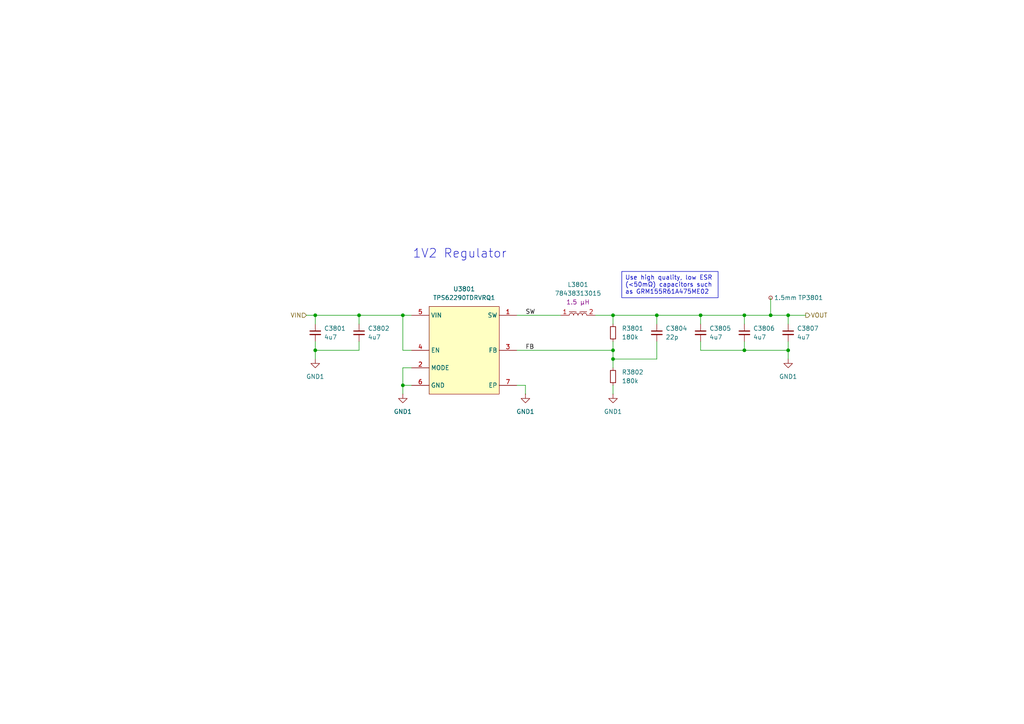
<source format=kicad_sch>
(kicad_sch
	(version 20250114)
	(generator "eeschema")
	(generator_version "9.0")
	(uuid "f18fc87d-cbc7-4ed0-9079-b77cd4454c05")
	(paper "A4")
	(lib_symbols
		(symbol "Connector:TestPoint_Small"
			(pin_numbers
				(hide yes)
			)
			(pin_names
				(offset 0.762)
				(hide yes)
			)
			(exclude_from_sim no)
			(in_bom yes)
			(on_board yes)
			(property "Reference" "TP"
				(at 0 3.81 0)
				(effects
					(font
						(size 1.27 1.27)
					)
				)
			)
			(property "Value" "TestPoint_Small"
				(at 0 2.032 0)
				(effects
					(font
						(size 1.27 1.27)
					)
				)
			)
			(property "Footprint" ""
				(at 5.08 0 0)
				(effects
					(font
						(size 1.27 1.27)
					)
					(hide yes)
				)
			)
			(property "Datasheet" "~"
				(at 5.08 0 0)
				(effects
					(font
						(size 1.27 1.27)
					)
					(hide yes)
				)
			)
			(property "Description" "test point"
				(at 0 0 0)
				(effects
					(font
						(size 1.27 1.27)
					)
					(hide yes)
				)
			)
			(property "ki_keywords" "test point tp"
				(at 0 0 0)
				(effects
					(font
						(size 1.27 1.27)
					)
					(hide yes)
				)
			)
			(property "ki_fp_filters" "Pin* Test*"
				(at 0 0 0)
				(effects
					(font
						(size 1.27 1.27)
					)
					(hide yes)
				)
			)
			(symbol "TestPoint_Small_0_1"
				(circle
					(center 0 0)
					(radius 0.508)
					(stroke
						(width 0)
						(type default)
					)
					(fill
						(type none)
					)
				)
			)
			(symbol "TestPoint_Small_1_1"
				(pin passive line
					(at 0 0 90)
					(length 0)
					(name "1"
						(effects
							(font
								(size 1.27 1.27)
							)
						)
					)
					(number "1"
						(effects
							(font
								(size 1.27 1.27)
							)
						)
					)
				)
			)
			(embedded_fonts no)
		)
		(symbol "Device:C_Small"
			(pin_numbers
				(hide yes)
			)
			(pin_names
				(offset 0.254)
				(hide yes)
			)
			(exclude_from_sim no)
			(in_bom yes)
			(on_board yes)
			(property "Reference" "C"
				(at 0.254 1.778 0)
				(effects
					(font
						(size 1.27 1.27)
					)
					(justify left)
				)
			)
			(property "Value" "C_Small"
				(at 0.254 -2.032 0)
				(effects
					(font
						(size 1.27 1.27)
					)
					(justify left)
				)
			)
			(property "Footprint" ""
				(at 0 0 0)
				(effects
					(font
						(size 1.27 1.27)
					)
					(hide yes)
				)
			)
			(property "Datasheet" "~"
				(at 0 0 0)
				(effects
					(font
						(size 1.27 1.27)
					)
					(hide yes)
				)
			)
			(property "Description" "Unpolarized capacitor, small symbol"
				(at 0 0 0)
				(effects
					(font
						(size 1.27 1.27)
					)
					(hide yes)
				)
			)
			(property "ki_keywords" "capacitor cap"
				(at 0 0 0)
				(effects
					(font
						(size 1.27 1.27)
					)
					(hide yes)
				)
			)
			(property "ki_fp_filters" "C_*"
				(at 0 0 0)
				(effects
					(font
						(size 1.27 1.27)
					)
					(hide yes)
				)
			)
			(symbol "C_Small_0_1"
				(polyline
					(pts
						(xy -1.524 0.508) (xy 1.524 0.508)
					)
					(stroke
						(width 0.3048)
						(type default)
					)
					(fill
						(type none)
					)
				)
				(polyline
					(pts
						(xy -1.524 -0.508) (xy 1.524 -0.508)
					)
					(stroke
						(width 0.3302)
						(type default)
					)
					(fill
						(type none)
					)
				)
			)
			(symbol "C_Small_1_1"
				(pin passive line
					(at 0 2.54 270)
					(length 2.032)
					(name "~"
						(effects
							(font
								(size 1.27 1.27)
							)
						)
					)
					(number "1"
						(effects
							(font
								(size 1.27 1.27)
							)
						)
					)
				)
				(pin passive line
					(at 0 -2.54 90)
					(length 2.032)
					(name "~"
						(effects
							(font
								(size 1.27 1.27)
							)
						)
					)
					(number "2"
						(effects
							(font
								(size 1.27 1.27)
							)
						)
					)
				)
			)
			(embedded_fonts no)
		)
		(symbol "Device:R_Small"
			(pin_numbers
				(hide yes)
			)
			(pin_names
				(offset 0.254)
				(hide yes)
			)
			(exclude_from_sim no)
			(in_bom yes)
			(on_board yes)
			(property "Reference" "R"
				(at 0 0 90)
				(effects
					(font
						(size 1.016 1.016)
					)
				)
			)
			(property "Value" "R_Small"
				(at 1.778 0 90)
				(effects
					(font
						(size 1.27 1.27)
					)
				)
			)
			(property "Footprint" ""
				(at 0 0 0)
				(effects
					(font
						(size 1.27 1.27)
					)
					(hide yes)
				)
			)
			(property "Datasheet" "~"
				(at 0 0 0)
				(effects
					(font
						(size 1.27 1.27)
					)
					(hide yes)
				)
			)
			(property "Description" "Resistor, small symbol"
				(at 0 0 0)
				(effects
					(font
						(size 1.27 1.27)
					)
					(hide yes)
				)
			)
			(property "ki_keywords" "R resistor"
				(at 0 0 0)
				(effects
					(font
						(size 1.27 1.27)
					)
					(hide yes)
				)
			)
			(property "ki_fp_filters" "R_*"
				(at 0 0 0)
				(effects
					(font
						(size 1.27 1.27)
					)
					(hide yes)
				)
			)
			(symbol "R_Small_0_1"
				(rectangle
					(start -0.762 1.778)
					(end 0.762 -1.778)
					(stroke
						(width 0.2032)
						(type default)
					)
					(fill
						(type none)
					)
				)
			)
			(symbol "R_Small_1_1"
				(pin passive line
					(at 0 2.54 270)
					(length 0.762)
					(name "~"
						(effects
							(font
								(size 1.27 1.27)
							)
						)
					)
					(number "1"
						(effects
							(font
								(size 1.27 1.27)
							)
						)
					)
				)
				(pin passive line
					(at 0 -2.54 90)
					(length 0.762)
					(name "~"
						(effects
							(font
								(size 1.27 1.27)
							)
						)
					)
					(number "2"
						(effects
							(font
								(size 1.27 1.27)
							)
						)
					)
				)
			)
			(embedded_fonts no)
		)
		(symbol "PWR-IND:1610_78438313015"
			(pin_names
				(hide yes)
			)
			(exclude_from_sim no)
			(in_bom yes)
			(on_board yes)
			(property "Reference" "L"
				(at 0 8.89 0)
				(effects
					(font
						(size 1.27 1.27)
					)
				)
			)
			(property "Value" "78438313015"
				(at 0 6.35 0)
				(effects
					(font
						(size 1.27 1.27)
					)
				)
			)
			(property "Footprint" "project_footprints:L_Wurth_WE-MAIA-1610"
				(at 12.7 20.32 0)
				(effects
					(font
						(size 1.27 1.27)
					)
					(justify left)
					(hide yes)
				)
			)
			(property "Datasheet" "https://www.we-online.com/catalog/datasheet/78438313015.pdf?ki"
				(at 12.7 17.78 0)
				(effects
					(font
						(size 1.27 1.27)
					)
					(justify left)
					(hide yes)
				)
			)
			(property "Description" "Single Coil Power Inductor"
				(at 0 0 0)
				(effects
					(font
						(size 1.27 1.27)
					)
					(hide yes)
				)
			)
			(property "Manufacturer" "Wurth Elektronik"
				(at 12.7 15.24 0)
				(effects
					(font
						(size 1.27 1.27)
					)
					(justify left)
					(hide yes)
				)
			)
			(property "Manufacturer URL" "https://www.we-online.com"
				(at 12.7 12.7 0)
				(effects
					(font
						(size 1.27 1.27)
					)
					(justify left)
					(hide yes)
				)
			)
			(property "Published Date" "20250429"
				(at 12.7 10.16 0)
				(effects
					(font
						(size 1.27 1.27)
					)
					(justify left)
					(hide yes)
				)
			)
			(property "Match Code" "WE-MAIA"
				(at 12.7 7.62 0)
				(effects
					(font
						(size 1.27 1.27)
					)
					(justify left)
					(hide yes)
				)
			)
			(property "Part Number" "78438313015"
				(at 12.7 5.08 0)
				(effects
					(font
						(size 1.27 1.27)
					)
					(justify left)
					(hide yes)
				)
			)
			(property "Size" "1610"
				(at 12.7 2.54 0)
				(effects
					(font
						(size 1.27 1.27)
					)
					(justify left)
					(hide yes)
				)
			)
			(property "Mounting Technology" "SMT"
				(at 12.7 0 0)
				(effects
					(font
						(size 1.27 1.27)
					)
					(justify left)
					(hide yes)
				)
			)
			(property "L (µH)" "1.5"
				(at 12.7 -2.54 0)
				(effects
					(font
						(size 1.27 1.27)
					)
					(justify left)
					(hide yes)
				)
			)
			(property "ISAT,10% (A)" "1.8"
				(at 12.7 -5.08 0)
				(effects
					(font
						(size 1.27 1.27)
					)
					(justify left)
					(hide yes)
				)
			)
			(property "ISAT,30% (A)" "3.45"
				(at 12.7 -7.62 0)
				(effects
					(font
						(size 1.27 1.27)
					)
					(justify left)
					(hide yes)
				)
			)
			(property "RDC max. (mΩ)" "237.0"
				(at 12.7 -10.16 0)
				(effects
					(font
						(size 1.27 1.27)
					)
					(justify left)
					(hide yes)
				)
			)
			(property "fres (MHz)" "90.0"
				(at 12.7 -12.7 0)
				(effects
					(font
						(size 1.27 1.27)
					)
					(justify left)
					(hide yes)
				)
			)
			(property "IRP,40K (A)" "1.8"
				(at 12.7 -15.24 0)
				(effects
					(font
						(size 1.27 1.27)
					)
					(justify left)
					(hide yes)
				)
			)
			(property "Critical Parameter" "1.5 µH"
				(at 0 3.81 0)
				(effects
					(font
						(size 1.27 1.27)
					)
				)
			)
			(property "ki_keywords" "SMT"
				(at 0 0 0)
				(effects
					(font
						(size 1.27 1.27)
					)
					(hide yes)
				)
			)
			(property "ki_fp_filters" "*WE-MAIA*1610*"
				(at 0 0 0)
				(effects
					(font
						(size 1.27 1.27)
					)
					(hide yes)
				)
			)
			(symbol "1610_78438313015_0_1"
				(polyline
					(pts
						(xy -2.54 1.016) (xy -0.508 1.016)
					)
					(stroke
						(width 0)
						(type default)
					)
					(fill
						(type none)
					)
				)
				(arc
					(start -2.54 0)
					(mid -1.905 0.6323)
					(end -1.27 0)
					(stroke
						(width 0)
						(type default)
					)
					(fill
						(type none)
					)
				)
				(arc
					(start -1.27 0)
					(mid -0.635 0.6323)
					(end 0 0)
					(stroke
						(width 0)
						(type default)
					)
					(fill
						(type none)
					)
				)
				(arc
					(start 0 0)
					(mid 0.635 0.6323)
					(end 1.27 0)
					(stroke
						(width 0)
						(type default)
					)
					(fill
						(type none)
					)
				)
				(arc
					(start 1.27 0)
					(mid 1.905 0.6323)
					(end 2.54 0)
					(stroke
						(width 0)
						(type default)
					)
					(fill
						(type none)
					)
				)
			)
			(symbol "1610_78438313015_1_1"
				(polyline
					(pts
						(xy 2.54 1.016) (xy 0.508 1.016)
					)
					(stroke
						(width 0)
						(type default)
					)
					(fill
						(type none)
					)
				)
				(pin power_in line
					(at -5.08 0 0)
					(length 2.54)
					(name "1"
						(effects
							(font
								(size 1.27 1.27)
							)
						)
					)
					(number "1"
						(effects
							(font
								(size 1.27 1.27)
							)
						)
					)
				)
				(pin power_out line
					(at 5.08 0 180)
					(length 2.54)
					(name "2"
						(effects
							(font
								(size 1.27 1.27)
							)
						)
					)
					(number "2"
						(effects
							(font
								(size 1.27 1.27)
							)
						)
					)
				)
			)
			(embedded_fonts no)
		)
		(symbol "PWR-SMPS:TPS62290TDRVRQ1"
			(exclude_from_sim no)
			(in_bom yes)
			(on_board yes)
			(property "Reference" "U"
				(at 0 5.08 0)
				(effects
					(font
						(size 1.27 1.27)
					)
				)
			)
			(property "Value" "TPS62290TDRVRQ1"
				(at 0 2.54 0)
				(effects
					(font
						(size 1.27 1.27)
					)
				)
			)
			(property "Footprint" "project_footprints:SON65P200X200X80-7N"
				(at 26.67 -94.92 0)
				(effects
					(font
						(size 1.27 1.27)
					)
					(justify left top)
					(hide yes)
				)
			)
			(property "Datasheet" "http://www.ti.com/lit/gpn/tps62290-q1"
				(at 26.67 -194.92 0)
				(effects
					(font
						(size 1.27 1.27)
					)
					(justify left top)
					(hide yes)
				)
			)
			(property "Description" "Automotive 2.3V to 6V, 2.25MHz Fixed Frequency 1A Buck Converter in 2x2mm SON/TSOT23 Package"
				(at 0 -27.94 0)
				(effects
					(font
						(size 1.27 1.27)
					)
					(hide yes)
				)
			)
			(property "Height" "0.8"
				(at 26.67 -394.92 0)
				(effects
					(font
						(size 1.27 1.27)
					)
					(justify left top)
					(hide yes)
				)
			)
			(property "Mouser Part Number" "595-TPS62290TDRVRQ1"
				(at 26.67 -494.92 0)
				(effects
					(font
						(size 1.27 1.27)
					)
					(justify left top)
					(hide yes)
				)
			)
			(property "Mouser Price/Stock" "https://www.mouser.co.uk/ProductDetail/Texas-Instruments/TPS62290TDRVRQ1?qs=NiBvnJE4bX0YWtuMnJowVQ%3D%3D"
				(at 26.67 -594.92 0)
				(effects
					(font
						(size 1.27 1.27)
					)
					(justify left top)
					(hide yes)
				)
			)
			(property "Manufacturer_Name" "Texas Instruments"
				(at 26.67 -694.92 0)
				(effects
					(font
						(size 1.27 1.27)
					)
					(justify left top)
					(hide yes)
				)
			)
			(property "Manufacturer_Part_Number" "TPS62290TDRVRQ1"
				(at 26.67 -794.92 0)
				(effects
					(font
						(size 1.27 1.27)
					)
					(justify left top)
					(hide yes)
				)
			)
			(symbol "TPS62290TDRVRQ1_1_1"
				(rectangle
					(start -10.16 0)
					(end 10.16 -25.4)
					(stroke
						(width 0)
						(type solid)
					)
					(fill
						(type background)
					)
				)
				(pin power_in line
					(at -15.24 -2.54 0)
					(length 5.08)
					(name "VIN"
						(effects
							(font
								(size 1.27 1.27)
							)
						)
					)
					(number "5"
						(effects
							(font
								(size 1.27 1.27)
							)
						)
					)
				)
				(pin input line
					(at -15.24 -12.7 0)
					(length 5.08)
					(name "EN"
						(effects
							(font
								(size 1.27 1.27)
							)
						)
					)
					(number "4"
						(effects
							(font
								(size 1.27 1.27)
							)
						)
					)
				)
				(pin input line
					(at -15.24 -17.78 0)
					(length 5.08)
					(name "MODE"
						(effects
							(font
								(size 1.27 1.27)
							)
						)
					)
					(number "2"
						(effects
							(font
								(size 1.27 1.27)
							)
						)
					)
				)
				(pin power_in line
					(at -15.24 -22.86 0)
					(length 5.08)
					(name "GND"
						(effects
							(font
								(size 1.27 1.27)
							)
						)
					)
					(number "6"
						(effects
							(font
								(size 1.27 1.27)
							)
						)
					)
				)
				(pin power_out line
					(at 15.24 -2.54 180)
					(length 5.08)
					(name "SW"
						(effects
							(font
								(size 1.27 1.27)
							)
						)
					)
					(number "1"
						(effects
							(font
								(size 1.27 1.27)
							)
						)
					)
				)
				(pin input line
					(at 15.24 -12.7 180)
					(length 5.08)
					(name "FB"
						(effects
							(font
								(size 1.27 1.27)
							)
						)
					)
					(number "3"
						(effects
							(font
								(size 1.27 1.27)
							)
						)
					)
				)
				(pin power_in line
					(at 15.24 -22.86 180)
					(length 5.08)
					(name "EP"
						(effects
							(font
								(size 1.27 1.27)
							)
						)
					)
					(number "7"
						(effects
							(font
								(size 1.27 1.27)
							)
						)
					)
				)
			)
			(embedded_fonts no)
		)
		(symbol "power:GND1"
			(power)
			(pin_numbers
				(hide yes)
			)
			(pin_names
				(offset 0)
				(hide yes)
			)
			(exclude_from_sim no)
			(in_bom yes)
			(on_board yes)
			(property "Reference" "#PWR"
				(at 0 -6.35 0)
				(effects
					(font
						(size 1.27 1.27)
					)
					(hide yes)
				)
			)
			(property "Value" "GND1"
				(at 0 -3.81 0)
				(effects
					(font
						(size 1.27 1.27)
					)
				)
			)
			(property "Footprint" ""
				(at 0 0 0)
				(effects
					(font
						(size 1.27 1.27)
					)
					(hide yes)
				)
			)
			(property "Datasheet" ""
				(at 0 0 0)
				(effects
					(font
						(size 1.27 1.27)
					)
					(hide yes)
				)
			)
			(property "Description" "Power symbol creates a global label with name \"GND1\" , ground"
				(at 0 0 0)
				(effects
					(font
						(size 1.27 1.27)
					)
					(hide yes)
				)
			)
			(property "ki_keywords" "global power"
				(at 0 0 0)
				(effects
					(font
						(size 1.27 1.27)
					)
					(hide yes)
				)
			)
			(symbol "GND1_0_1"
				(polyline
					(pts
						(xy 0 0) (xy 0 -1.27) (xy 1.27 -1.27) (xy 0 -2.54) (xy -1.27 -1.27) (xy 0 -1.27)
					)
					(stroke
						(width 0)
						(type default)
					)
					(fill
						(type none)
					)
				)
			)
			(symbol "GND1_1_1"
				(pin power_in line
					(at 0 0 270)
					(length 0)
					(name "~"
						(effects
							(font
								(size 1.27 1.27)
							)
						)
					)
					(number "1"
						(effects
							(font
								(size 1.27 1.27)
							)
						)
					)
				)
			)
			(embedded_fonts no)
		)
	)
	(text "1V2 Regulator"
		(exclude_from_sim no)
		(at 133.35 73.66 0)
		(effects
			(font
				(size 2.54 2.54)
			)
		)
		(uuid "f229725b-fc03-49f5-b32c-4fa5f914bfb4")
	)
	(text_box "Use high quality, low ESR (<50mΩ) capacitors such as GRM155R61A475ME02"
		(exclude_from_sim no)
		(at 180.34 78.74 0)
		(size 27.94 7.62)
		(margins 0.9525 0.9525 0.9525 0.9525)
		(stroke
			(width 0)
			(type solid)
		)
		(fill
			(type none)
		)
		(effects
			(font
				(size 1.27 1.27)
			)
			(justify left top)
		)
		(uuid "b9f21bfd-2f4d-4c5d-aa0d-60850ca24703")
	)
	(junction
		(at 116.84 111.76)
		(diameter 0)
		(color 0 0 0 0)
		(uuid "01b92895-fb86-4eab-a5e8-9af319f29eee")
	)
	(junction
		(at 228.6 91.44)
		(diameter 0)
		(color 0 0 0 0)
		(uuid "07f53afa-8775-435c-956c-89d03b57c85b")
	)
	(junction
		(at 177.8 91.44)
		(diameter 0)
		(color 0 0 0 0)
		(uuid "287ecbe5-ce81-4cf0-a81c-ca5ea191b52a")
	)
	(junction
		(at 177.8 104.14)
		(diameter 0)
		(color 0 0 0 0)
		(uuid "42d1b528-43a9-4ed3-994c-a879b549bbf4")
	)
	(junction
		(at 215.9 101.6)
		(diameter 0)
		(color 0 0 0 0)
		(uuid "458c3ef2-730d-4fd4-8e53-fe6777e7f87a")
	)
	(junction
		(at 223.52 91.44)
		(diameter 0)
		(color 0 0 0 0)
		(uuid "56750e4d-58d0-476f-994f-d8f01a7f0e80")
	)
	(junction
		(at 203.2 91.44)
		(diameter 0)
		(color 0 0 0 0)
		(uuid "571488f0-497b-4398-97e3-bd1c8a11077d")
	)
	(junction
		(at 215.9 91.44)
		(diameter 0)
		(color 0 0 0 0)
		(uuid "5d811618-7bc3-4a46-aa99-08c9e60ee436")
	)
	(junction
		(at 91.44 91.44)
		(diameter 0)
		(color 0 0 0 0)
		(uuid "7f0d62f7-c905-44d3-abec-d2f83c53df24")
	)
	(junction
		(at 116.84 91.44)
		(diameter 0)
		(color 0 0 0 0)
		(uuid "962c4502-f99a-4cdf-a593-fd97cfe96525")
	)
	(junction
		(at 91.44 101.6)
		(diameter 0)
		(color 0 0 0 0)
		(uuid "ab8134dd-aa8f-4832-bab1-d3262f468d1f")
	)
	(junction
		(at 228.6 101.6)
		(diameter 0)
		(color 0 0 0 0)
		(uuid "c3f6411a-519c-41f4-af08-2e4750803706")
	)
	(junction
		(at 104.14 91.44)
		(diameter 0)
		(color 0 0 0 0)
		(uuid "da93deb1-8b33-406b-a8ba-b10c25e20385")
	)
	(junction
		(at 177.8 101.6)
		(diameter 0)
		(color 0 0 0 0)
		(uuid "dd7f3f1d-2d16-4a90-a24f-b54ce51a7225")
	)
	(junction
		(at 190.5 91.44)
		(diameter 0)
		(color 0 0 0 0)
		(uuid "f4b61de4-d8b1-49f4-b1cf-09d9835a0821")
	)
	(wire
		(pts
			(xy 104.14 99.06) (xy 104.14 101.6)
		)
		(stroke
			(width 0)
			(type default)
		)
		(uuid "034973a6-94c3-4a5e-b3d8-af7bf14804a7")
	)
	(wire
		(pts
			(xy 177.8 99.06) (xy 177.8 101.6)
		)
		(stroke
			(width 0)
			(type default)
		)
		(uuid "098d45b2-3f8b-4473-b6c1-d19eb4a73036")
	)
	(wire
		(pts
			(xy 152.4 114.3) (xy 152.4 111.76)
		)
		(stroke
			(width 0)
			(type default)
		)
		(uuid "0a627897-f1ea-41b4-8187-fafe74363c46")
	)
	(wire
		(pts
			(xy 190.5 104.14) (xy 177.8 104.14)
		)
		(stroke
			(width 0)
			(type default)
		)
		(uuid "10b2ba30-5a1c-4c6c-9a18-63b3eada1931")
	)
	(wire
		(pts
			(xy 119.38 106.68) (xy 116.84 106.68)
		)
		(stroke
			(width 0)
			(type default)
		)
		(uuid "13d588c5-f529-4eb0-95c1-d47857e42067")
	)
	(wire
		(pts
			(xy 116.84 91.44) (xy 119.38 91.44)
		)
		(stroke
			(width 0)
			(type default)
		)
		(uuid "15b29666-fc5c-47b8-b788-75cced1c8c67")
	)
	(wire
		(pts
			(xy 228.6 104.14) (xy 228.6 101.6)
		)
		(stroke
			(width 0)
			(type default)
		)
		(uuid "17132533-dd76-471c-bbb8-5417ca4f2012")
	)
	(wire
		(pts
			(xy 177.8 101.6) (xy 177.8 104.14)
		)
		(stroke
			(width 0)
			(type default)
		)
		(uuid "2482a7f7-6e73-4732-822a-0c8b6d46b567")
	)
	(wire
		(pts
			(xy 190.5 99.06) (xy 190.5 104.14)
		)
		(stroke
			(width 0)
			(type default)
		)
		(uuid "2b7a5a64-64a7-4417-8e7a-be38fb7f28fe")
	)
	(wire
		(pts
			(xy 177.8 91.44) (xy 177.8 93.98)
		)
		(stroke
			(width 0)
			(type default)
		)
		(uuid "3121e0f8-7a40-464c-a95a-f004ecd92e7e")
	)
	(wire
		(pts
			(xy 91.44 99.06) (xy 91.44 101.6)
		)
		(stroke
			(width 0)
			(type default)
		)
		(uuid "35740dcf-ac64-408b-8923-32572d8916c1")
	)
	(wire
		(pts
			(xy 104.14 91.44) (xy 104.14 93.98)
		)
		(stroke
			(width 0)
			(type default)
		)
		(uuid "4001cfc3-5b8f-4d67-85ba-9b96cae74ec3")
	)
	(wire
		(pts
			(xy 116.84 106.68) (xy 116.84 111.76)
		)
		(stroke
			(width 0)
			(type default)
		)
		(uuid "43f29f0c-fa21-40ef-a61f-b93f124e9fe5")
	)
	(wire
		(pts
			(xy 203.2 91.44) (xy 203.2 93.98)
		)
		(stroke
			(width 0)
			(type default)
		)
		(uuid "4a43cb3e-1d7b-4210-9b5e-f4c3b2d92b57")
	)
	(wire
		(pts
			(xy 203.2 91.44) (xy 215.9 91.44)
		)
		(stroke
			(width 0)
			(type default)
		)
		(uuid "4b430dc4-3e83-4e3a-b6ef-2f1eb9fd9ae2")
	)
	(wire
		(pts
			(xy 149.86 91.44) (xy 162.56 91.44)
		)
		(stroke
			(width 0)
			(type default)
		)
		(uuid "4c6e631a-2871-465e-9c6a-e6acf8f625fe")
	)
	(wire
		(pts
			(xy 177.8 111.76) (xy 177.8 114.3)
		)
		(stroke
			(width 0)
			(type default)
		)
		(uuid "5cb460b8-772c-4dc3-9325-b3c5a58d2db8")
	)
	(wire
		(pts
			(xy 215.9 91.44) (xy 223.52 91.44)
		)
		(stroke
			(width 0)
			(type default)
		)
		(uuid "5cd92263-b9d2-448c-ae05-4c55d462c73e")
	)
	(wire
		(pts
			(xy 215.9 91.44) (xy 215.9 93.98)
		)
		(stroke
			(width 0)
			(type default)
		)
		(uuid "5e829737-7cfe-43f6-bb5f-63c45da9c72f")
	)
	(wire
		(pts
			(xy 119.38 101.6) (xy 116.84 101.6)
		)
		(stroke
			(width 0)
			(type default)
		)
		(uuid "61d72bb2-923a-4f36-b21b-88e1bb8d3d6e")
	)
	(wire
		(pts
			(xy 119.38 111.76) (xy 116.84 111.76)
		)
		(stroke
			(width 0)
			(type default)
		)
		(uuid "659fa528-616c-45ed-95d7-51f3216358fb")
	)
	(wire
		(pts
			(xy 149.86 101.6) (xy 177.8 101.6)
		)
		(stroke
			(width 0)
			(type default)
		)
		(uuid "66af6b38-20bd-4760-abeb-d68cf3973d85")
	)
	(wire
		(pts
			(xy 228.6 99.06) (xy 228.6 101.6)
		)
		(stroke
			(width 0)
			(type default)
		)
		(uuid "6c678170-c407-40c0-a24a-200ae7389d40")
	)
	(wire
		(pts
			(xy 228.6 101.6) (xy 215.9 101.6)
		)
		(stroke
			(width 0)
			(type default)
		)
		(uuid "6d965130-f7c2-44e4-9b14-207bd0853ed5")
	)
	(wire
		(pts
			(xy 91.44 91.44) (xy 104.14 91.44)
		)
		(stroke
			(width 0)
			(type default)
		)
		(uuid "71ae0d5e-adae-4334-9fb6-fbbc1bed3de6")
	)
	(wire
		(pts
			(xy 223.52 91.44) (xy 228.6 91.44)
		)
		(stroke
			(width 0)
			(type default)
		)
		(uuid "75608a77-fde6-4596-b9ff-5f095deed114")
	)
	(wire
		(pts
			(xy 91.44 104.14) (xy 91.44 101.6)
		)
		(stroke
			(width 0)
			(type default)
		)
		(uuid "835d2ca4-6d0a-4cb4-b9fd-3d68f78be6dd")
	)
	(wire
		(pts
			(xy 228.6 91.44) (xy 228.6 93.98)
		)
		(stroke
			(width 0)
			(type default)
		)
		(uuid "8860a072-79ee-4339-b42d-e8d9cf927338")
	)
	(wire
		(pts
			(xy 172.72 91.44) (xy 177.8 91.44)
		)
		(stroke
			(width 0)
			(type default)
		)
		(uuid "8eab1f65-021d-4699-a19a-30e4c2b1b10c")
	)
	(wire
		(pts
			(xy 223.52 86.36) (xy 223.52 91.44)
		)
		(stroke
			(width 0)
			(type default)
		)
		(uuid "a246aad2-354e-4a0e-8a06-f609792c2651")
	)
	(wire
		(pts
			(xy 104.14 91.44) (xy 116.84 91.44)
		)
		(stroke
			(width 0)
			(type default)
		)
		(uuid "a6799fd0-23df-41ca-bd72-3cf26f19f771")
	)
	(wire
		(pts
			(xy 88.9 91.44) (xy 91.44 91.44)
		)
		(stroke
			(width 0)
			(type default)
		)
		(uuid "ae0ac073-a542-4468-95fb-16e9d572afb3")
	)
	(wire
		(pts
			(xy 215.9 99.06) (xy 215.9 101.6)
		)
		(stroke
			(width 0)
			(type default)
		)
		(uuid "b300fdb8-19d8-441b-8530-a209bd4c4116")
	)
	(wire
		(pts
			(xy 116.84 111.76) (xy 116.84 114.3)
		)
		(stroke
			(width 0)
			(type default)
		)
		(uuid "b6210586-487b-4c04-a058-2f3800cf422f")
	)
	(wire
		(pts
			(xy 190.5 91.44) (xy 203.2 91.44)
		)
		(stroke
			(width 0)
			(type default)
		)
		(uuid "b8abbc0d-7ce1-4e05-a82b-6f8ff72bd6ea")
	)
	(wire
		(pts
			(xy 228.6 91.44) (xy 233.68 91.44)
		)
		(stroke
			(width 0)
			(type default)
		)
		(uuid "c02c9c1c-49de-4f45-9e2c-692c67e95377")
	)
	(wire
		(pts
			(xy 177.8 91.44) (xy 190.5 91.44)
		)
		(stroke
			(width 0)
			(type default)
		)
		(uuid "c81a4f4a-279b-4185-a7b9-97ed91094dd3")
	)
	(wire
		(pts
			(xy 203.2 101.6) (xy 215.9 101.6)
		)
		(stroke
			(width 0)
			(type default)
		)
		(uuid "cf2f9a8c-91c2-41df-8c2c-f22882038523")
	)
	(wire
		(pts
			(xy 91.44 91.44) (xy 91.44 93.98)
		)
		(stroke
			(width 0)
			(type default)
		)
		(uuid "ddcc368a-b0a1-49e3-9fcb-fc23b7e7dcdf")
	)
	(wire
		(pts
			(xy 91.44 101.6) (xy 104.14 101.6)
		)
		(stroke
			(width 0)
			(type default)
		)
		(uuid "e6d75d64-1b66-4197-a0ea-7f762a1424d1")
	)
	(wire
		(pts
			(xy 116.84 91.44) (xy 116.84 101.6)
		)
		(stroke
			(width 0)
			(type default)
		)
		(uuid "e7db2d6c-23b2-420c-97c6-3b8616e10e3c")
	)
	(wire
		(pts
			(xy 203.2 99.06) (xy 203.2 101.6)
		)
		(stroke
			(width 0)
			(type default)
		)
		(uuid "ece61145-ccf3-4032-b846-744751a89b43")
	)
	(wire
		(pts
			(xy 190.5 91.44) (xy 190.5 93.98)
		)
		(stroke
			(width 0)
			(type default)
		)
		(uuid "faadb2b6-31fd-4df6-9ff9-c447c4a43638")
	)
	(wire
		(pts
			(xy 152.4 111.76) (xy 149.86 111.76)
		)
		(stroke
			(width 0)
			(type default)
		)
		(uuid "fda58e69-9037-4b65-a4d3-e952f2e1bf52")
	)
	(wire
		(pts
			(xy 177.8 104.14) (xy 177.8 106.68)
		)
		(stroke
			(width 0)
			(type default)
		)
		(uuid "fef523e9-bf33-449e-b879-71f21c0b5e14")
	)
	(label "FB"
		(at 152.4 101.6 0)
		(effects
			(font
				(size 1.27 1.27)
			)
			(justify left bottom)
		)
		(uuid "d08bc147-5694-425d-9934-9af89881a166")
	)
	(label "SW"
		(at 152.4 91.44 0)
		(effects
			(font
				(size 1.27 1.27)
			)
			(justify left bottom)
		)
		(uuid "db31394e-6184-4140-a4c1-ea018359b640")
	)
	(hierarchical_label "VIN"
		(shape input)
		(at 88.9 91.44 180)
		(effects
			(font
				(size 1.27 1.27)
			)
			(justify right)
		)
		(uuid "69314789-f646-42dd-9e2c-6b28bbfde9da")
	)
	(hierarchical_label "VOUT"
		(shape output)
		(at 233.68 91.44 0)
		(effects
			(font
				(size 1.27 1.27)
			)
			(justify left)
		)
		(uuid "86a451b7-5874-467f-b153-b15916eac440")
	)
	(symbol
		(lib_id "Device:C_Small")
		(at 228.6 96.52 0)
		(unit 1)
		(exclude_from_sim no)
		(in_bom yes)
		(on_board yes)
		(dnp no)
		(fields_autoplaced yes)
		(uuid "01e1ed39-071a-4f4a-8363-092dd614852a")
		(property "Reference" "C3807"
			(at 231.14 95.2562 0)
			(effects
				(font
					(size 1.27 1.27)
				)
				(justify left)
			)
		)
		(property "Value" "4u7"
			(at 231.14 97.7962 0)
			(effects
				(font
					(size 1.27 1.27)
				)
				(justify left)
			)
		)
		(property "Footprint" "Capacitor_SMD:C_0402_1005Metric"
			(at 228.6 96.52 0)
			(effects
				(font
					(size 1.27 1.27)
				)
				(hide yes)
			)
		)
		(property "Datasheet" "~"
			(at 228.6 96.52 0)
			(effects
				(font
					(size 1.27 1.27)
				)
				(hide yes)
			)
		)
		(property "Description" "Unpolarized capacitor, small symbol"
			(at 228.6 96.52 0)
			(effects
				(font
					(size 1.27 1.27)
				)
				(hide yes)
			)
		)
		(pin "1"
			(uuid "dca54419-9a32-4545-98c4-f94ee83a2b4a")
		)
		(pin "2"
			(uuid "575e243b-26da-4c77-9f27-84cb35444027")
		)
		(instances
			(project "switch_main_v5"
				(path "/a5e57332-4284-4d3c-ab3c-13bc0ddb29b6/b1ff42f5-7cae-489e-9f8e-588cc93f3151/d017dddd-15df-4565-b589-89c8c78bc85c/6657ff67-3bc7-4183-a1c6-8c924b0e6f33"
					(reference "C3807")
					(unit 1)
				)
			)
		)
	)
	(symbol
		(lib_id "power:GND1")
		(at 228.6 104.14 0)
		(unit 1)
		(exclude_from_sim no)
		(in_bom yes)
		(on_board yes)
		(dnp no)
		(fields_autoplaced yes)
		(uuid "030ec746-1904-4ed2-94c6-0f9c6a57d1a4")
		(property "Reference" "#PWR03805"
			(at 228.6 110.49 0)
			(effects
				(font
					(size 1.27 1.27)
				)
				(hide yes)
			)
		)
		(property "Value" "GND1"
			(at 228.6 109.22 0)
			(effects
				(font
					(size 1.27 1.27)
				)
			)
		)
		(property "Footprint" ""
			(at 228.6 104.14 0)
			(effects
				(font
					(size 1.27 1.27)
				)
				(hide yes)
			)
		)
		(property "Datasheet" ""
			(at 228.6 104.14 0)
			(effects
				(font
					(size 1.27 1.27)
				)
				(hide yes)
			)
		)
		(property "Description" "Power symbol creates a global label with name \"GND1\" , ground"
			(at 228.6 104.14 0)
			(effects
				(font
					(size 1.27 1.27)
				)
				(hide yes)
			)
		)
		(pin "1"
			(uuid "c3223f4d-509e-4864-be0b-740e0ef7d46b")
		)
		(instances
			(project "switch_main_v5"
				(path "/a5e57332-4284-4d3c-ab3c-13bc0ddb29b6/b1ff42f5-7cae-489e-9f8e-588cc93f3151/d017dddd-15df-4565-b589-89c8c78bc85c/6657ff67-3bc7-4183-a1c6-8c924b0e6f33"
					(reference "#PWR03805")
					(unit 1)
				)
			)
		)
	)
	(symbol
		(lib_id "Device:R_Small")
		(at 177.8 109.22 0)
		(unit 1)
		(exclude_from_sim no)
		(in_bom yes)
		(on_board yes)
		(dnp no)
		(fields_autoplaced yes)
		(uuid "15d01084-d565-43aa-870e-555fe5999719")
		(property "Reference" "R3802"
			(at 180.34 107.9499 0)
			(effects
				(font
					(size 1.27 1.27)
				)
				(justify left)
			)
		)
		(property "Value" "180k"
			(at 180.34 110.4899 0)
			(effects
				(font
					(size 1.27 1.27)
				)
				(justify left)
			)
		)
		(property "Footprint" "Resistor_SMD:R_0402_1005Metric"
			(at 177.8 109.22 0)
			(effects
				(font
					(size 1.27 1.27)
				)
				(hide yes)
			)
		)
		(property "Datasheet" "~"
			(at 177.8 109.22 0)
			(effects
				(font
					(size 1.27 1.27)
				)
				(hide yes)
			)
		)
		(property "Description" "Resistor, small symbol"
			(at 177.8 109.22 0)
			(effects
				(font
					(size 1.27 1.27)
				)
				(hide yes)
			)
		)
		(pin "2"
			(uuid "986c99d6-95d5-4c0b-8b3f-566a2175f596")
		)
		(pin "1"
			(uuid "67f75af1-60dd-4001-8419-420aeca553dc")
		)
		(instances
			(project "switch_main_v5"
				(path "/a5e57332-4284-4d3c-ab3c-13bc0ddb29b6/b1ff42f5-7cae-489e-9f8e-588cc93f3151/d017dddd-15df-4565-b589-89c8c78bc85c/6657ff67-3bc7-4183-a1c6-8c924b0e6f33"
					(reference "R3802")
					(unit 1)
				)
			)
		)
	)
	(symbol
		(lib_id "Device:C_Small")
		(at 203.2 96.52 0)
		(unit 1)
		(exclude_from_sim no)
		(in_bom yes)
		(on_board yes)
		(dnp no)
		(fields_autoplaced yes)
		(uuid "1de497bd-0c13-497c-a354-083bd8395957")
		(property "Reference" "C3805"
			(at 205.74 95.2562 0)
			(effects
				(font
					(size 1.27 1.27)
				)
				(justify left)
			)
		)
		(property "Value" "4u7"
			(at 205.74 97.7962 0)
			(effects
				(font
					(size 1.27 1.27)
				)
				(justify left)
			)
		)
		(property "Footprint" "Capacitor_SMD:C_0402_1005Metric"
			(at 203.2 96.52 0)
			(effects
				(font
					(size 1.27 1.27)
				)
				(hide yes)
			)
		)
		(property "Datasheet" "~"
			(at 203.2 96.52 0)
			(effects
				(font
					(size 1.27 1.27)
				)
				(hide yes)
			)
		)
		(property "Description" "Unpolarized capacitor, small symbol"
			(at 203.2 96.52 0)
			(effects
				(font
					(size 1.27 1.27)
				)
				(hide yes)
			)
		)
		(pin "1"
			(uuid "8e4f94db-b320-46cb-b0e1-619272793a24")
		)
		(pin "2"
			(uuid "eda61b1a-134e-48d8-a881-6d1fae46dfeb")
		)
		(instances
			(project "switch_main_v5"
				(path "/a5e57332-4284-4d3c-ab3c-13bc0ddb29b6/b1ff42f5-7cae-489e-9f8e-588cc93f3151/d017dddd-15df-4565-b589-89c8c78bc85c/6657ff67-3bc7-4183-a1c6-8c924b0e6f33"
					(reference "C3805")
					(unit 1)
				)
			)
		)
	)
	(symbol
		(lib_id "power:GND1")
		(at 116.84 114.3 0)
		(unit 1)
		(exclude_from_sim no)
		(in_bom yes)
		(on_board yes)
		(dnp no)
		(fields_autoplaced yes)
		(uuid "4e7346b3-c186-4f5f-abf3-79237d2c2556")
		(property "Reference" "#PWR03802"
			(at 116.84 120.65 0)
			(effects
				(font
					(size 1.27 1.27)
				)
				(hide yes)
			)
		)
		(property "Value" "GND1"
			(at 116.84 119.38 0)
			(effects
				(font
					(size 1.27 1.27)
				)
			)
		)
		(property "Footprint" ""
			(at 116.84 114.3 0)
			(effects
				(font
					(size 1.27 1.27)
				)
				(hide yes)
			)
		)
		(property "Datasheet" ""
			(at 116.84 114.3 0)
			(effects
				(font
					(size 1.27 1.27)
				)
				(hide yes)
			)
		)
		(property "Description" "Power symbol creates a global label with name \"GND1\" , ground"
			(at 116.84 114.3 0)
			(effects
				(font
					(size 1.27 1.27)
				)
				(hide yes)
			)
		)
		(pin "1"
			(uuid "a472e267-8203-471c-8f5f-2299f62c1698")
		)
		(instances
			(project "switch_main_v5"
				(path "/a5e57332-4284-4d3c-ab3c-13bc0ddb29b6/b1ff42f5-7cae-489e-9f8e-588cc93f3151/d017dddd-15df-4565-b589-89c8c78bc85c/6657ff67-3bc7-4183-a1c6-8c924b0e6f33"
					(reference "#PWR03802")
					(unit 1)
				)
			)
		)
	)
	(symbol
		(lib_id "Device:C_Small")
		(at 91.44 96.52 0)
		(unit 1)
		(exclude_from_sim no)
		(in_bom yes)
		(on_board yes)
		(dnp no)
		(uuid "5ef074eb-783a-4f71-98d4-6b247343323a")
		(property "Reference" "C3801"
			(at 93.98 95.2562 0)
			(effects
				(font
					(size 1.27 1.27)
				)
				(justify left)
			)
		)
		(property "Value" "4u7"
			(at 93.98 97.7962 0)
			(effects
				(font
					(size 1.27 1.27)
				)
				(justify left)
			)
		)
		(property "Footprint" "Capacitor_SMD:C_0402_1005Metric"
			(at 91.44 96.52 0)
			(effects
				(font
					(size 1.27 1.27)
				)
				(hide yes)
			)
		)
		(property "Datasheet" "~"
			(at 91.44 96.52 0)
			(effects
				(font
					(size 1.27 1.27)
				)
				(hide yes)
			)
		)
		(property "Description" "Unpolarized capacitor, small symbol"
			(at 91.44 96.52 0)
			(effects
				(font
					(size 1.27 1.27)
				)
				(hide yes)
			)
		)
		(pin "1"
			(uuid "5a45b5ef-6de0-4ab0-93fe-a4e00b93d4fe")
		)
		(pin "2"
			(uuid "df247b1d-b4f5-452c-b1bd-5eacae11ffe3")
		)
		(instances
			(project "switch_main_v5"
				(path "/a5e57332-4284-4d3c-ab3c-13bc0ddb29b6/b1ff42f5-7cae-489e-9f8e-588cc93f3151/d017dddd-15df-4565-b589-89c8c78bc85c/6657ff67-3bc7-4183-a1c6-8c924b0e6f33"
					(reference "C3801")
					(unit 1)
				)
			)
		)
	)
	(symbol
		(lib_id "power:GND1")
		(at 177.8 114.3 0)
		(unit 1)
		(exclude_from_sim no)
		(in_bom yes)
		(on_board yes)
		(dnp no)
		(fields_autoplaced yes)
		(uuid "690ddf92-8949-4c8f-85b5-76f40a892d7a")
		(property "Reference" "#PWR03804"
			(at 177.8 120.65 0)
			(effects
				(font
					(size 1.27 1.27)
				)
				(hide yes)
			)
		)
		(property "Value" "GND1"
			(at 177.8 119.38 0)
			(effects
				(font
					(size 1.27 1.27)
				)
			)
		)
		(property "Footprint" ""
			(at 177.8 114.3 0)
			(effects
				(font
					(size 1.27 1.27)
				)
				(hide yes)
			)
		)
		(property "Datasheet" ""
			(at 177.8 114.3 0)
			(effects
				(font
					(size 1.27 1.27)
				)
				(hide yes)
			)
		)
		(property "Description" "Power symbol creates a global label with name \"GND1\" , ground"
			(at 177.8 114.3 0)
			(effects
				(font
					(size 1.27 1.27)
				)
				(hide yes)
			)
		)
		(pin "1"
			(uuid "4eb2b47b-df4e-40e3-bc16-57229581f4e2")
		)
		(instances
			(project "switch_main_v5"
				(path "/a5e57332-4284-4d3c-ab3c-13bc0ddb29b6/b1ff42f5-7cae-489e-9f8e-588cc93f3151/d017dddd-15df-4565-b589-89c8c78bc85c/6657ff67-3bc7-4183-a1c6-8c924b0e6f33"
					(reference "#PWR03804")
					(unit 1)
				)
			)
		)
	)
	(symbol
		(lib_id "Device:C_Small")
		(at 190.5 96.52 0)
		(unit 1)
		(exclude_from_sim no)
		(in_bom yes)
		(on_board yes)
		(dnp no)
		(uuid "70468b26-88a0-4378-9ce3-3a1bff664ecd")
		(property "Reference" "C3804"
			(at 193.04 95.2562 0)
			(effects
				(font
					(size 1.27 1.27)
				)
				(justify left)
			)
		)
		(property "Value" "22p"
			(at 193.04 97.7962 0)
			(effects
				(font
					(size 1.27 1.27)
				)
				(justify left)
			)
		)
		(property "Footprint" "Capacitor_SMD:C_0402_1005Metric"
			(at 190.5 96.52 0)
			(effects
				(font
					(size 1.27 1.27)
				)
				(hide yes)
			)
		)
		(property "Datasheet" "~"
			(at 190.5 96.52 0)
			(effects
				(font
					(size 1.27 1.27)
				)
				(hide yes)
			)
		)
		(property "Description" "Unpolarized capacitor, small symbol"
			(at 190.5 96.52 0)
			(effects
				(font
					(size 1.27 1.27)
				)
				(hide yes)
			)
		)
		(pin "1"
			(uuid "0b9124bf-42e6-4caf-ad51-9c521a53c525")
		)
		(pin "2"
			(uuid "f11cb869-9795-4896-8566-dccfde756944")
		)
		(instances
			(project "switch_main_v5"
				(path "/a5e57332-4284-4d3c-ab3c-13bc0ddb29b6/b1ff42f5-7cae-489e-9f8e-588cc93f3151/d017dddd-15df-4565-b589-89c8c78bc85c/6657ff67-3bc7-4183-a1c6-8c924b0e6f33"
					(reference "C3804")
					(unit 1)
				)
			)
		)
	)
	(symbol
		(lib_id "Device:R_Small")
		(at 177.8 96.52 0)
		(unit 1)
		(exclude_from_sim no)
		(in_bom yes)
		(on_board yes)
		(dnp no)
		(fields_autoplaced yes)
		(uuid "730be68c-3923-4218-b93c-14a3fedbd9be")
		(property "Reference" "R3801"
			(at 180.34 95.2499 0)
			(effects
				(font
					(size 1.27 1.27)
				)
				(justify left)
			)
		)
		(property "Value" "180k"
			(at 180.34 97.7899 0)
			(effects
				(font
					(size 1.27 1.27)
				)
				(justify left)
			)
		)
		(property "Footprint" "Resistor_SMD:R_0402_1005Metric"
			(at 177.8 96.52 0)
			(effects
				(font
					(size 1.27 1.27)
				)
				(hide yes)
			)
		)
		(property "Datasheet" "~"
			(at 177.8 96.52 0)
			(effects
				(font
					(size 1.27 1.27)
				)
				(hide yes)
			)
		)
		(property "Description" "Resistor, small symbol"
			(at 177.8 96.52 0)
			(effects
				(font
					(size 1.27 1.27)
				)
				(hide yes)
			)
		)
		(pin "2"
			(uuid "d04cd7ad-a3e6-4245-a13c-814d5adeab5a")
		)
		(pin "1"
			(uuid "eb2d8b30-81b5-4d1b-a906-e4f6c98ad1db")
		)
		(instances
			(project "switch_main_v5"
				(path "/a5e57332-4284-4d3c-ab3c-13bc0ddb29b6/b1ff42f5-7cae-489e-9f8e-588cc93f3151/d017dddd-15df-4565-b589-89c8c78bc85c/6657ff67-3bc7-4183-a1c6-8c924b0e6f33"
					(reference "R3801")
					(unit 1)
				)
			)
		)
	)
	(symbol
		(lib_id "Device:C_Small")
		(at 215.9 96.52 0)
		(unit 1)
		(exclude_from_sim no)
		(in_bom yes)
		(on_board yes)
		(dnp no)
		(fields_autoplaced yes)
		(uuid "94a3bc82-d157-46a1-8210-20c4f43c06b9")
		(property "Reference" "C3806"
			(at 218.44 95.2562 0)
			(effects
				(font
					(size 1.27 1.27)
				)
				(justify left)
			)
		)
		(property "Value" "4u7"
			(at 218.44 97.7962 0)
			(effects
				(font
					(size 1.27 1.27)
				)
				(justify left)
			)
		)
		(property "Footprint" "Capacitor_SMD:C_0402_1005Metric"
			(at 215.9 96.52 0)
			(effects
				(font
					(size 1.27 1.27)
				)
				(hide yes)
			)
		)
		(property "Datasheet" "~"
			(at 215.9 96.52 0)
			(effects
				(font
					(size 1.27 1.27)
				)
				(hide yes)
			)
		)
		(property "Description" "Unpolarized capacitor, small symbol"
			(at 215.9 96.52 0)
			(effects
				(font
					(size 1.27 1.27)
				)
				(hide yes)
			)
		)
		(pin "1"
			(uuid "a2269160-28ba-4d3f-90a9-379c22e93243")
		)
		(pin "2"
			(uuid "31f32865-7f4a-4ee5-b7ea-02c550efa4f9")
		)
		(instances
			(project "switch_main_v5"
				(path "/a5e57332-4284-4d3c-ab3c-13bc0ddb29b6/b1ff42f5-7cae-489e-9f8e-588cc93f3151/d017dddd-15df-4565-b589-89c8c78bc85c/6657ff67-3bc7-4183-a1c6-8c924b0e6f33"
					(reference "C3806")
					(unit 1)
				)
			)
		)
	)
	(symbol
		(lib_id "power:GND1")
		(at 91.44 104.14 0)
		(mirror y)
		(unit 1)
		(exclude_from_sim no)
		(in_bom yes)
		(on_board yes)
		(dnp no)
		(fields_autoplaced yes)
		(uuid "97098522-5312-4ffc-a751-3d9d2c46f897")
		(property "Reference" "#PWR03801"
			(at 91.44 110.49 0)
			(effects
				(font
					(size 1.27 1.27)
				)
				(hide yes)
			)
		)
		(property "Value" "GND1"
			(at 91.44 109.22 0)
			(effects
				(font
					(size 1.27 1.27)
				)
			)
		)
		(property "Footprint" ""
			(at 91.44 104.14 0)
			(effects
				(font
					(size 1.27 1.27)
				)
				(hide yes)
			)
		)
		(property "Datasheet" ""
			(at 91.44 104.14 0)
			(effects
				(font
					(size 1.27 1.27)
				)
				(hide yes)
			)
		)
		(property "Description" "Power symbol creates a global label with name \"GND1\" , ground"
			(at 91.44 104.14 0)
			(effects
				(font
					(size 1.27 1.27)
				)
				(hide yes)
			)
		)
		(pin "1"
			(uuid "eab22041-465b-49e5-9179-0e04a1462804")
		)
		(instances
			(project "switch_main_v5"
				(path "/a5e57332-4284-4d3c-ab3c-13bc0ddb29b6/b1ff42f5-7cae-489e-9f8e-588cc93f3151/d017dddd-15df-4565-b589-89c8c78bc85c/6657ff67-3bc7-4183-a1c6-8c924b0e6f33"
					(reference "#PWR03801")
					(unit 1)
				)
			)
		)
	)
	(symbol
		(lib_id "PWR-SMPS:TPS62290TDRVRQ1")
		(at 134.62 88.9 0)
		(unit 1)
		(exclude_from_sim no)
		(in_bom yes)
		(on_board yes)
		(dnp no)
		(fields_autoplaced yes)
		(uuid "9f85333f-6dcf-4ff4-aebf-80a19eabf0df")
		(property "Reference" "U3801"
			(at 134.62 83.82 0)
			(effects
				(font
					(size 1.27 1.27)
				)
			)
		)
		(property "Value" "TPS62290TDRVRQ1"
			(at 134.62 86.36 0)
			(effects
				(font
					(size 1.27 1.27)
				)
			)
		)
		(property "Footprint" "project_footprints:SON65P200X200X80-7N"
			(at 161.29 183.82 0)
			(effects
				(font
					(size 1.27 1.27)
				)
				(justify left top)
				(hide yes)
			)
		)
		(property "Datasheet" "http://www.ti.com/lit/gpn/tps62290-q1"
			(at 161.29 283.82 0)
			(effects
				(font
					(size 1.27 1.27)
				)
				(justify left top)
				(hide yes)
			)
		)
		(property "Description" "Automotive 2.3V to 6V, 2.25MHz Fixed Frequency 1A Buck Converter in 2x2mm SON/TSOT23 Package"
			(at 134.62 116.84 0)
			(effects
				(font
					(size 1.27 1.27)
				)
				(hide yes)
			)
		)
		(property "Height" "0.8"
			(at 161.29 483.82 0)
			(effects
				(font
					(size 1.27 1.27)
				)
				(justify left top)
				(hide yes)
			)
		)
		(property "Mouser Part Number" "595-TPS62290TDRVRQ1"
			(at 161.29 583.82 0)
			(effects
				(font
					(size 1.27 1.27)
				)
				(justify left top)
				(hide yes)
			)
		)
		(property "Mouser Price/Stock" "https://www.mouser.co.uk/ProductDetail/Texas-Instruments/TPS62290TDRVRQ1?qs=NiBvnJE4bX0YWtuMnJowVQ%3D%3D"
			(at 161.29 683.82 0)
			(effects
				(font
					(size 1.27 1.27)
				)
				(justify left top)
				(hide yes)
			)
		)
		(property "Manufacturer_Name" "Texas Instruments"
			(at 161.29 783.82 0)
			(effects
				(font
					(size 1.27 1.27)
				)
				(justify left top)
				(hide yes)
			)
		)
		(property "Manufacturer_Part_Number" "TPS62290TDRVRQ1"
			(at 161.29 883.82 0)
			(effects
				(font
					(size 1.27 1.27)
				)
				(justify left top)
				(hide yes)
			)
		)
		(pin "1"
			(uuid "2845bd8b-e484-41cf-ac99-76554e8d15d5")
		)
		(pin "4"
			(uuid "62792e20-10c7-4681-a674-e8353eb8be37")
		)
		(pin "3"
			(uuid "0cfe71ad-08a1-438c-a514-b1fb9db7ad3e")
		)
		(pin "5"
			(uuid "e3c650a6-59a3-4aa6-9723-13fa50a944e5")
		)
		(pin "6"
			(uuid "f7b6bfd6-af49-48e1-a8c3-3eceb73f35a1")
		)
		(pin "7"
			(uuid "a9c6447b-95bf-43fc-b529-1224fbd8ae95")
		)
		(pin "2"
			(uuid "9ff9a8c9-f723-439d-90a9-d92b9e645059")
		)
		(instances
			(project "switch_main_v5"
				(path "/a5e57332-4284-4d3c-ab3c-13bc0ddb29b6/b1ff42f5-7cae-489e-9f8e-588cc93f3151/d017dddd-15df-4565-b589-89c8c78bc85c/6657ff67-3bc7-4183-a1c6-8c924b0e6f33"
					(reference "U3801")
					(unit 1)
				)
			)
		)
	)
	(symbol
		(lib_id "PWR-IND:1610_78438313015")
		(at 167.64 91.44 0)
		(unit 1)
		(exclude_from_sim no)
		(in_bom yes)
		(on_board yes)
		(dnp no)
		(fields_autoplaced yes)
		(uuid "c0e37680-43cc-4455-a353-8a1193825f91")
		(property "Reference" "L3801"
			(at 167.64 82.55 0)
			(effects
				(font
					(size 1.27 1.27)
				)
			)
		)
		(property "Value" "78438313015"
			(at 167.64 85.09 0)
			(effects
				(font
					(size 1.27 1.27)
				)
			)
		)
		(property "Footprint" "project_footprints:L_Wurth_WE-MAIA-1610"
			(at 180.34 71.12 0)
			(effects
				(font
					(size 1.27 1.27)
				)
				(justify left)
				(hide yes)
			)
		)
		(property "Datasheet" "https://www.we-online.com/catalog/datasheet/78438313015.pdf?ki"
			(at 180.34 73.66 0)
			(effects
				(font
					(size 1.27 1.27)
				)
				(justify left)
				(hide yes)
			)
		)
		(property "Description" "Single Coil Power Inductor"
			(at 167.64 91.44 0)
			(effects
				(font
					(size 1.27 1.27)
				)
				(hide yes)
			)
		)
		(property "Manufacturer" "Wurth Elektronik"
			(at 180.34 76.2 0)
			(effects
				(font
					(size 1.27 1.27)
				)
				(justify left)
				(hide yes)
			)
		)
		(property "Manufacturer URL" "https://www.we-online.com"
			(at 180.34 78.74 0)
			(effects
				(font
					(size 1.27 1.27)
				)
				(justify left)
				(hide yes)
			)
		)
		(property "Published Date" "20250429"
			(at 180.34 81.28 0)
			(effects
				(font
					(size 1.27 1.27)
				)
				(justify left)
				(hide yes)
			)
		)
		(property "Match Code" "WE-MAIA"
			(at 180.34 83.82 0)
			(effects
				(font
					(size 1.27 1.27)
				)
				(justify left)
				(hide yes)
			)
		)
		(property "Part Number" "78438313015"
			(at 180.34 86.36 0)
			(effects
				(font
					(size 1.27 1.27)
				)
				(justify left)
				(hide yes)
			)
		)
		(property "Size" "1610"
			(at 180.34 88.9 0)
			(effects
				(font
					(size 1.27 1.27)
				)
				(justify left)
				(hide yes)
			)
		)
		(property "Mounting Technology" "SMT"
			(at 180.34 91.44 0)
			(effects
				(font
					(size 1.27 1.27)
				)
				(justify left)
				(hide yes)
			)
		)
		(property "L (µH)" "1.5"
			(at 180.34 93.98 0)
			(effects
				(font
					(size 1.27 1.27)
				)
				(justify left)
				(hide yes)
			)
		)
		(property "ISAT,10% (A)" "1.8"
			(at 180.34 96.52 0)
			(effects
				(font
					(size 1.27 1.27)
				)
				(justify left)
				(hide yes)
			)
		)
		(property "ISAT,30% (A)" "3.45"
			(at 180.34 99.06 0)
			(effects
				(font
					(size 1.27 1.27)
				)
				(justify left)
				(hide yes)
			)
		)
		(property "RDC max. (mΩ)" "237.0"
			(at 180.34 101.6 0)
			(effects
				(font
					(size 1.27 1.27)
				)
				(justify left)
				(hide yes)
			)
		)
		(property "fres (MHz)" "90.0"
			(at 180.34 104.14 0)
			(effects
				(font
					(size 1.27 1.27)
				)
				(justify left)
				(hide yes)
			)
		)
		(property "IRP,40K (A)" "1.8"
			(at 180.34 106.68 0)
			(effects
				(font
					(size 1.27 1.27)
				)
				(justify left)
				(hide yes)
			)
		)
		(property "Critical Parameter" "1.5 µH"
			(at 167.64 87.63 0)
			(effects
				(font
					(size 1.27 1.27)
				)
			)
		)
		(pin "2"
			(uuid "5ee4a672-1932-43ec-92ed-6b505e6943de")
		)
		(pin "1"
			(uuid "d09a4790-1061-40ff-9c6a-081c8103151f")
		)
		(instances
			(project "switch_main_v5"
				(path "/a5e57332-4284-4d3c-ab3c-13bc0ddb29b6/b1ff42f5-7cae-489e-9f8e-588cc93f3151/d017dddd-15df-4565-b589-89c8c78bc85c/6657ff67-3bc7-4183-a1c6-8c924b0e6f33"
					(reference "L3801")
					(unit 1)
				)
			)
		)
	)
	(symbol
		(lib_id "power:GND1")
		(at 152.4 114.3 0)
		(unit 1)
		(exclude_from_sim no)
		(in_bom yes)
		(on_board yes)
		(dnp no)
		(fields_autoplaced yes)
		(uuid "c458aa3f-999a-447a-b7b6-e43c7f445b2f")
		(property "Reference" "#PWR03803"
			(at 152.4 120.65 0)
			(effects
				(font
					(size 1.27 1.27)
				)
				(hide yes)
			)
		)
		(property "Value" "GND1"
			(at 152.4 119.38 0)
			(effects
				(font
					(size 1.27 1.27)
				)
			)
		)
		(property "Footprint" ""
			(at 152.4 114.3 0)
			(effects
				(font
					(size 1.27 1.27)
				)
				(hide yes)
			)
		)
		(property "Datasheet" ""
			(at 152.4 114.3 0)
			(effects
				(font
					(size 1.27 1.27)
				)
				(hide yes)
			)
		)
		(property "Description" "Power symbol creates a global label with name \"GND1\" , ground"
			(at 152.4 114.3 0)
			(effects
				(font
					(size 1.27 1.27)
				)
				(hide yes)
			)
		)
		(pin "1"
			(uuid "57ff5ccf-fe03-4822-8a15-a2cf24f5a398")
		)
		(instances
			(project "switch_main_v5"
				(path "/a5e57332-4284-4d3c-ab3c-13bc0ddb29b6/b1ff42f5-7cae-489e-9f8e-588cc93f3151/d017dddd-15df-4565-b589-89c8c78bc85c/6657ff67-3bc7-4183-a1c6-8c924b0e6f33"
					(reference "#PWR03803")
					(unit 1)
				)
			)
		)
	)
	(symbol
		(lib_id "Device:C_Small")
		(at 104.14 96.52 0)
		(unit 1)
		(exclude_from_sim no)
		(in_bom yes)
		(on_board yes)
		(dnp no)
		(uuid "d6a25d1b-1eb1-4084-9fda-e392846db243")
		(property "Reference" "C3802"
			(at 106.68 95.2562 0)
			(effects
				(font
					(size 1.27 1.27)
				)
				(justify left)
			)
		)
		(property "Value" "4u7"
			(at 106.68 97.7962 0)
			(effects
				(font
					(size 1.27 1.27)
				)
				(justify left)
			)
		)
		(property "Footprint" "Capacitor_SMD:C_0402_1005Metric"
			(at 104.14 96.52 0)
			(effects
				(font
					(size 1.27 1.27)
				)
				(hide yes)
			)
		)
		(property "Datasheet" "~"
			(at 104.14 96.52 0)
			(effects
				(font
					(size 1.27 1.27)
				)
				(hide yes)
			)
		)
		(property "Description" "Unpolarized capacitor, small symbol"
			(at 104.14 96.52 0)
			(effects
				(font
					(size 1.27 1.27)
				)
				(hide yes)
			)
		)
		(pin "1"
			(uuid "9047a9e7-f4e5-4619-a5d0-c9fe8e583c87")
		)
		(pin "2"
			(uuid "2a41fbeb-3c8c-4278-b6d2-2fe038a20cf9")
		)
		(instances
			(project "switch_main_v5"
				(path "/a5e57332-4284-4d3c-ab3c-13bc0ddb29b6/b1ff42f5-7cae-489e-9f8e-588cc93f3151/d017dddd-15df-4565-b589-89c8c78bc85c/6657ff67-3bc7-4183-a1c6-8c924b0e6f33"
					(reference "C3802")
					(unit 1)
				)
			)
		)
	)
	(symbol
		(lib_id "Connector:TestPoint_Small")
		(at 223.52 86.36 0)
		(unit 1)
		(exclude_from_sim no)
		(in_bom no)
		(on_board yes)
		(dnp no)
		(uuid "dbe5b9f1-397c-457f-a876-3738fdbe1fec")
		(property "Reference" "TP3801"
			(at 238.76 86.36 0)
			(effects
				(font
					(size 1.27 1.27)
				)
				(justify right)
			)
		)
		(property "Value" "1.5mm"
			(at 231.14 86.36 0)
			(effects
				(font
					(size 1.27 1.27)
				)
				(justify right)
			)
		)
		(property "Footprint" "TestPoint:TestPoint_Pad_D1.5mm"
			(at 228.6 86.36 0)
			(effects
				(font
					(size 1.27 1.27)
				)
				(hide yes)
			)
		)
		(property "Datasheet" "~"
			(at 228.6 86.36 0)
			(effects
				(font
					(size 1.27 1.27)
				)
				(hide yes)
			)
		)
		(property "Description" "test point"
			(at 223.52 86.36 0)
			(effects
				(font
					(size 1.27 1.27)
				)
				(hide yes)
			)
		)
		(pin "1"
			(uuid "3bebaa6b-6d8e-4fff-b06c-7301134b2865")
		)
		(instances
			(project "switch_main_v5"
				(path "/a5e57332-4284-4d3c-ab3c-13bc0ddb29b6/b1ff42f5-7cae-489e-9f8e-588cc93f3151/d017dddd-15df-4565-b589-89c8c78bc85c/6657ff67-3bc7-4183-a1c6-8c924b0e6f33"
					(reference "TP3801")
					(unit 1)
				)
			)
		)
	)
)

</source>
